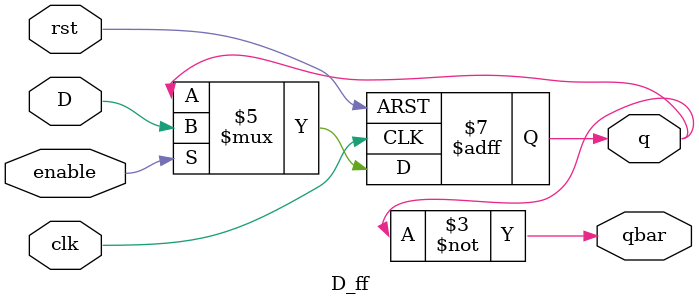
<source format=v>
module D_ff(input D,rst,clk,enable,
          output reg q,
		  output qbar);
		  
always @(posedge clk or negedge rst) 
 begin
   if(!rst)
       q=1'b0;
	else if(enable) 
	  q<=D;
	else
	  q<=q;
 end
 
    assign qbar=~q;
endmodule 
	  
</source>
